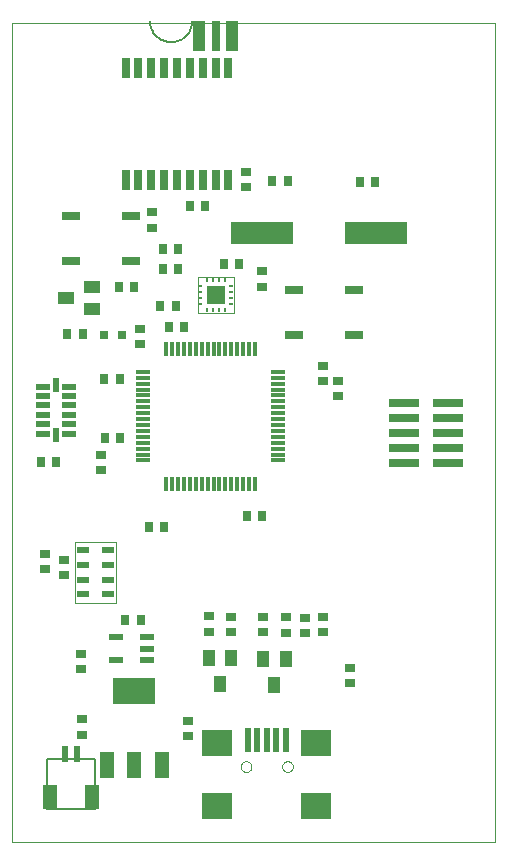
<source format=gtp>
G75*
G70*
%OFA0B0*%
%FSLAX24Y24*%
%IPPOS*%
%LPD*%
%AMOC8*
5,1,8,0,0,1.08239X$1,22.5*
%
%ADD10C,0.0000*%
%ADD11R,0.0451X0.0217*%
%ADD12R,0.0217X0.0451*%
%ADD13R,0.0413X0.0217*%
%ADD14C,0.0020*%
%ADD15R,0.0354X0.0276*%
%ADD16R,0.0315X0.0709*%
%ADD17R,0.0276X0.0709*%
%ADD18R,0.0118X0.0472*%
%ADD19R,0.0472X0.0118*%
%ADD20R,0.0480X0.0880*%
%ADD21R,0.1417X0.0866*%
%ADD22R,0.0472X0.0217*%
%ADD23R,0.0984X0.0866*%
%ADD24R,0.0197X0.0787*%
%ADD25R,0.0098X0.0157*%
%ADD26R,0.0630X0.0630*%
%ADD27R,0.0157X0.0098*%
%ADD28C,0.0005*%
%ADD29R,0.0276X0.0354*%
%ADD30R,0.2100X0.0760*%
%ADD31R,0.0600X0.0300*%
%ADD32R,0.0551X0.0394*%
%ADD33R,0.0394X0.0551*%
%ADD34R,0.1024X0.0256*%
%ADD35R,0.0315X0.0315*%
%ADD36C,0.0050*%
%ADD37R,0.0472X0.0787*%
%ADD38R,0.0197X0.0531*%
%ADD39R,0.0315X0.0984*%
%ADD40R,0.0394X0.0984*%
D10*
X000702Y002192D02*
X000702Y029507D01*
X016812Y029507D01*
X016792Y002192D01*
X000702Y002192D01*
X008328Y004719D02*
X008330Y004745D01*
X008336Y004771D01*
X008346Y004796D01*
X008359Y004819D01*
X008375Y004839D01*
X008395Y004857D01*
X008417Y004872D01*
X008440Y004884D01*
X008466Y004892D01*
X008492Y004896D01*
X008518Y004896D01*
X008544Y004892D01*
X008570Y004884D01*
X008594Y004872D01*
X008615Y004857D01*
X008635Y004839D01*
X008651Y004819D01*
X008664Y004796D01*
X008674Y004771D01*
X008680Y004745D01*
X008682Y004719D01*
X008680Y004693D01*
X008674Y004667D01*
X008664Y004642D01*
X008651Y004619D01*
X008635Y004599D01*
X008615Y004581D01*
X008593Y004566D01*
X008570Y004554D01*
X008544Y004546D01*
X008518Y004542D01*
X008492Y004542D01*
X008466Y004546D01*
X008440Y004554D01*
X008416Y004566D01*
X008395Y004581D01*
X008375Y004599D01*
X008359Y004619D01*
X008346Y004642D01*
X008336Y004667D01*
X008330Y004693D01*
X008328Y004719D01*
X009706Y004719D02*
X009708Y004745D01*
X009714Y004771D01*
X009724Y004796D01*
X009737Y004819D01*
X009753Y004839D01*
X009773Y004857D01*
X009795Y004872D01*
X009818Y004884D01*
X009844Y004892D01*
X009870Y004896D01*
X009896Y004896D01*
X009922Y004892D01*
X009948Y004884D01*
X009972Y004872D01*
X009993Y004857D01*
X010013Y004839D01*
X010029Y004819D01*
X010042Y004796D01*
X010052Y004771D01*
X010058Y004745D01*
X010060Y004719D01*
X010058Y004693D01*
X010052Y004667D01*
X010042Y004642D01*
X010029Y004619D01*
X010013Y004599D01*
X009993Y004581D01*
X009971Y004566D01*
X009948Y004554D01*
X009922Y004546D01*
X009896Y004542D01*
X009870Y004542D01*
X009844Y004546D01*
X009818Y004554D01*
X009794Y004566D01*
X009773Y004581D01*
X009753Y004599D01*
X009737Y004619D01*
X009724Y004642D01*
X009714Y004667D01*
X009708Y004693D01*
X009706Y004719D01*
D11*
X002587Y015814D03*
X002587Y016129D03*
X002587Y016444D03*
X002587Y016759D03*
X002587Y017074D03*
X002585Y017389D03*
X001721Y017389D03*
X001721Y017074D03*
X001721Y016759D03*
X001721Y016444D03*
X001721Y016129D03*
X001721Y015814D03*
D12*
X002154Y015775D03*
X002154Y017428D03*
D13*
X003072Y011936D03*
X003072Y011444D03*
X003072Y010952D03*
X003072Y010460D03*
X003898Y010460D03*
X003898Y010952D03*
X003898Y011444D03*
X003898Y011936D03*
D14*
X004174Y012212D02*
X004174Y010164D01*
X002796Y010164D01*
X002796Y012192D01*
X002796Y012212D02*
X004174Y012212D01*
D15*
X003654Y014601D03*
X003654Y015113D03*
X002426Y011605D03*
X002426Y011093D03*
X001796Y011306D03*
X001796Y011818D03*
X003009Y008471D03*
X003009Y007960D03*
X003017Y006290D03*
X003017Y005778D03*
X006556Y005727D03*
X006556Y006239D03*
X007257Y009219D03*
X007257Y009731D03*
X008005Y009715D03*
X008005Y009204D03*
X009068Y009196D03*
X009068Y009708D03*
X009816Y009700D03*
X009816Y009188D03*
X010477Y009168D03*
X010477Y009680D03*
X011060Y009704D03*
X011060Y009192D03*
X011981Y008007D03*
X011981Y007495D03*
X011560Y017062D03*
X011560Y017574D03*
X011068Y017558D03*
X011068Y018070D03*
X009048Y020715D03*
X009048Y021227D03*
X008483Y024045D03*
X008483Y024556D03*
X005376Y023197D03*
X005376Y022685D03*
X004965Y019314D03*
X004965Y018802D03*
D16*
X004901Y024276D03*
X005334Y024276D03*
X005767Y024276D03*
X006200Y024276D03*
X006633Y024276D03*
X007066Y024276D03*
X007499Y024276D03*
X007499Y028016D03*
X007066Y028016D03*
X006633Y028016D03*
X006200Y028016D03*
X005767Y028016D03*
X005334Y028016D03*
X004901Y028016D03*
D17*
X004487Y028016D03*
X004487Y024276D03*
X007913Y024276D03*
X007913Y028016D03*
D18*
X008009Y018645D03*
X008206Y018645D03*
X008402Y018645D03*
X008599Y018645D03*
X008796Y018645D03*
X007812Y018645D03*
X007615Y018645D03*
X007418Y018645D03*
X007221Y018645D03*
X007024Y018645D03*
X006828Y018645D03*
X006631Y018645D03*
X006434Y018645D03*
X006237Y018645D03*
X006040Y018645D03*
X005843Y018645D03*
X005843Y014156D03*
X006040Y014156D03*
X006237Y014156D03*
X006434Y014156D03*
X006631Y014156D03*
X006828Y014156D03*
X007024Y014156D03*
X007221Y014156D03*
X007418Y014156D03*
X007615Y014156D03*
X007812Y014156D03*
X008009Y014156D03*
X008206Y014156D03*
X008402Y014156D03*
X008599Y014156D03*
X008796Y014156D03*
D19*
X009564Y014924D03*
X009564Y015121D03*
X009564Y015318D03*
X009564Y015515D03*
X009564Y015712D03*
X009564Y015908D03*
X009564Y016105D03*
X009564Y016302D03*
X009564Y016499D03*
X009564Y016696D03*
X009564Y016893D03*
X009564Y017090D03*
X009564Y017286D03*
X009564Y017483D03*
X009564Y017680D03*
X009564Y017877D03*
X005076Y017877D03*
X005076Y017680D03*
X005076Y017483D03*
X005076Y017286D03*
X005076Y017090D03*
X005076Y016893D03*
X005076Y016696D03*
X005076Y016499D03*
X005076Y016302D03*
X005076Y016105D03*
X005076Y015908D03*
X005076Y015712D03*
X005076Y015515D03*
X005076Y015318D03*
X005076Y015121D03*
X005076Y014924D03*
D20*
X004776Y004787D03*
X003866Y004787D03*
X005686Y004787D03*
D21*
X004776Y007227D03*
D22*
X005190Y008282D03*
X005190Y008656D03*
X005190Y009030D03*
X004166Y009030D03*
X004166Y008282D03*
D23*
X007540Y005507D03*
X007540Y003420D03*
X010847Y003420D03*
X010847Y005507D03*
D24*
X009824Y005605D03*
X009509Y005605D03*
X009194Y005605D03*
X008879Y005605D03*
X008564Y005605D03*
D25*
X007788Y019928D03*
X007591Y019928D03*
X007394Y019928D03*
X007198Y019928D03*
X007198Y020952D03*
X007394Y020952D03*
X007591Y020952D03*
X007788Y020952D03*
D26*
X007493Y020440D03*
D27*
X008005Y020538D03*
X008005Y020341D03*
X008005Y020145D03*
X008005Y020735D03*
X006981Y020735D03*
X006981Y020538D03*
X006981Y020341D03*
X006981Y020145D03*
D28*
X006902Y019849D02*
X008083Y019849D01*
X008083Y021030D01*
X006902Y021030D01*
X006902Y019849D01*
D29*
X006442Y019361D03*
X006150Y020058D03*
X005639Y020058D03*
X005930Y019361D03*
X005733Y021290D03*
X005725Y021979D03*
X006237Y021979D03*
X006245Y021290D03*
X006633Y023410D03*
X007145Y023410D03*
X007765Y021467D03*
X008276Y021467D03*
X009375Y024231D03*
X009887Y024231D03*
X012288Y024200D03*
X012800Y024200D03*
X009032Y013058D03*
X008520Y013058D03*
X005765Y012715D03*
X005253Y012715D03*
X004304Y015688D03*
X003792Y015688D03*
X003776Y017625D03*
X004288Y017625D03*
X003052Y019133D03*
X002540Y019133D03*
X004257Y020708D03*
X004769Y020708D03*
X002170Y014857D03*
X001658Y014857D03*
X004473Y009621D03*
X004985Y009621D03*
D30*
X009026Y022507D03*
X012826Y022507D03*
D31*
X012107Y020591D03*
X012107Y019091D03*
X010107Y019091D03*
X010107Y020591D03*
X004680Y021570D03*
X004680Y023070D03*
X002680Y023070D03*
X002680Y021570D03*
D32*
X002513Y020341D03*
X003379Y019967D03*
X003379Y020715D03*
D33*
X007253Y008334D03*
X007627Y007467D03*
X008001Y008334D03*
X009068Y008294D03*
X009442Y007428D03*
X009816Y008294D03*
D34*
X013776Y014830D03*
X013776Y015330D03*
X013776Y015830D03*
X013776Y016330D03*
X013776Y016830D03*
X015233Y016830D03*
X015233Y016330D03*
X015233Y015830D03*
X015233Y015330D03*
X015233Y014830D03*
D35*
X004363Y019101D03*
X003772Y019101D03*
D36*
X005294Y029579D02*
X005296Y029527D01*
X005302Y029476D01*
X005311Y029425D01*
X005324Y029375D01*
X005341Y029326D01*
X005361Y029278D01*
X005385Y029232D01*
X005412Y029188D01*
X005442Y029146D01*
X005475Y029106D01*
X005511Y029069D01*
X005549Y029034D01*
X005590Y029002D01*
X005634Y028974D01*
X005679Y028948D01*
X005726Y028926D01*
X005774Y028908D01*
X005824Y028893D01*
X005874Y028882D01*
X005925Y028874D01*
X005977Y028870D01*
X006029Y028870D01*
X006081Y028874D01*
X006132Y028882D01*
X006182Y028893D01*
X006232Y028908D01*
X006280Y028926D01*
X006327Y028948D01*
X006372Y028974D01*
X006416Y029002D01*
X006457Y029034D01*
X006495Y029069D01*
X006531Y029106D01*
X006564Y029146D01*
X006594Y029188D01*
X006621Y029232D01*
X006645Y029278D01*
X006665Y029326D01*
X006682Y029375D01*
X006695Y029425D01*
X006704Y029476D01*
X006710Y029527D01*
X006712Y029579D01*
X003454Y004973D02*
X001879Y004973D01*
X001879Y003300D01*
X003454Y003300D01*
X003454Y004973D01*
D37*
X003375Y003694D03*
X001957Y003694D03*
D38*
X002469Y005141D03*
X002863Y005141D03*
D39*
X007499Y029079D03*
D40*
X008031Y029079D03*
X006948Y029079D03*
M02*

</source>
